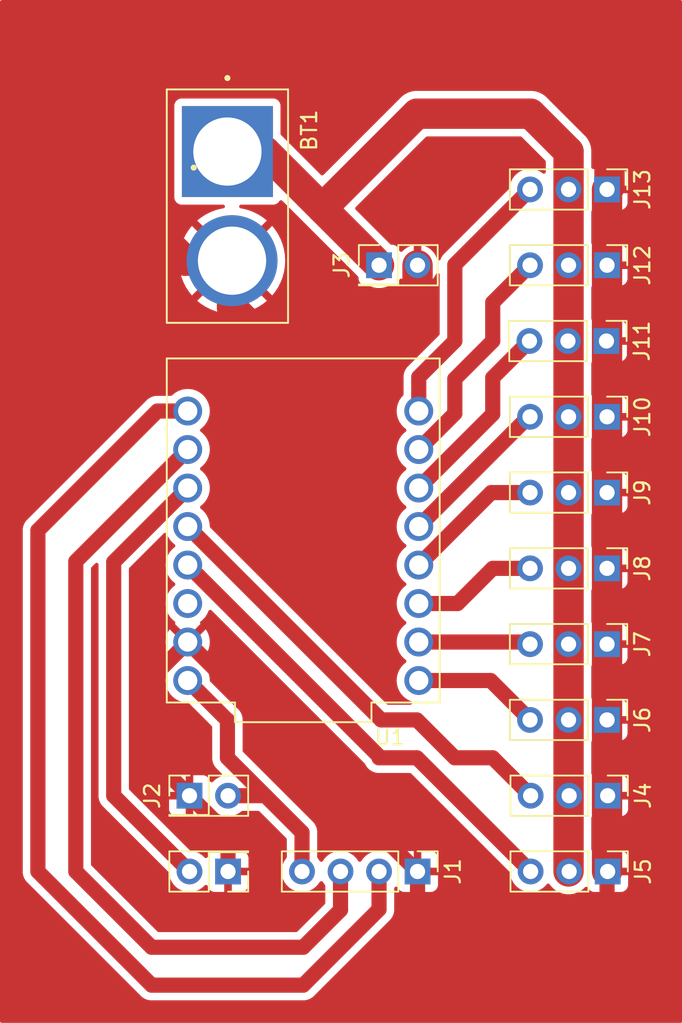
<source format=kicad_pcb>
(kicad_pcb (version 20240108) (generator "pcbnew") (generator_version "8.0")
  (layers (0 "F.Cu" signal) (31 "B.Cu" signal) (34 "B.Paste" user) (35 "F.Paste" user) (36 "B.SilkS" user "B.Silkscreen") (37 "F.SilkS" user "F.Silkscreen") (38 "B.Mask" user) (39 "F.Mask" user) (44 "Edge.Cuts" user))
  (net 0 "")
  (net 1 "GND")
  (net 2 "+BATT")
  (net 3 "Net-(D5-A)")
  (net 4 "Net-(J1-Pin_2)")
  (net 5 "Net-(J1-Pin_3)")
  (net 6 "+5V")
  (net 7 "Net-(J4-Pin_3)")
  (net 9 "Net-(J5-Pin_3)")
  (net 10 "Net-(J6-Pin_3)")
  (net 11 "Net-(J7-Pin_3)")
  (net 12 "Net-(J8-Pin_3)")
  (net 13 "Net-(J9-Pin_3)")
  (net 14 "Net-(J10-Pin_3)")
  (net 15 "Net-(J11-Pin_3)")
  (net 16 "Net-(J12-Pin_3)")
  (net 17 "Net-(J13-Pin_3)")
  (footprint "Connector_PinHeader_2.54mm:PinHeader_1x03_P2.54mm_Vertical" (layer "F.Cu") (at 152.58 95 -90)
    (property "Reference" "J4" (at 0 -2.33 90) (layer "F.SilkS"))
    (property "Value" "Motor")
    (fp_line (start -1.33 6.41) (end 1.33 6.41) (stroke (width 0.12)) (layer "F.SilkS"))
    (fp_line (start -1.33 1.27) (end -1.33 6.41) (stroke (width 0.12)) (layer "F.SilkS"))
    (fp_line (start -1.33 1.27) (end 1.33 1.27) (stroke (width 0.12)) (layer "F.SilkS"))
    (fp_line (start 1.33 1.27) (end 1.33 6.41) (stroke (width 0.12)) (layer "F.SilkS"))
    (fp_line (start -1.33 0) (end -1.33 -1.33) (stroke (width 0.12)) (layer "F.SilkS"))
    (fp_line (start -1.33 -1.33) (end 0 -1.33) (stroke (width 0.12)) (layer "F.SilkS"))
    (pad "1" thru_hole rect (at 0 0 270) (size 1.7 1.7) (drill 1) (layers "*.Cu" "*.Mask") (net 1 "GND"))
    (pad "2" thru_hole oval (at 0 2.54 270) (size 1.7 1.7) (drill 1) (layers "*.Cu" "*.Mask") (net 2 "+BATT"))
    (pad "3" thru_hole oval (at 0 5.08 270) (size 1.7 1.7) (drill 1) (layers "*.Cu" "*.Mask") (net 7 "Net-(J4-Pin_3)"))
  )
  (footprint "Connector_PinHeader_2.54mm:PinHeader_2x01_P2.54mm_Vertical" (layer "F.Cu") (at 137.5 60)
    (property "Reference" "J3" (at -2.46 0 90) (layer "F.SilkS"))
    (property "Value" "5V Reg VCC")
    (fp_line (start -1.33 -1.33) (end 0 -1.33) (stroke (width 0.12)) (layer "F.SilkS"))
    (fp_line (start -1.33 0) (end -1.33 -1.33) (stroke (width 0.12)) (layer "F.SilkS"))
    (fp_line (start -1.33 1.27) (end -1.33 1.33) (stroke (width 0.12)) (layer "F.SilkS"))
    (fp_line (start -1.33 1.27) (end 1.27 1.27) (stroke (width 0.12)) (layer "F.SilkS"))
    (fp_line (start -1.33 1.33) (end 3.87 1.33) (stroke (width 0.12)) (layer "F.SilkS"))
    (fp_line (start 1.27 -1.33) (end 3.87 -1.33) (stroke (width 0.12)) (layer "F.SilkS"))
    (fp_line (start 1.27 1.27) (end 1.27 -1.33) (stroke (width 0.12)) (layer "F.SilkS"))
    (fp_line (start 3.87 -1.33) (end 3.87 1.33) (stroke (width 0.12)) (layer "F.SilkS"))
    (pad "1" thru_hole rect (at 0 0) (size 1.7 1.7) (drill 1) (layers "*.Cu" "*.Mask") (net 2 "+BATT"))
    (pad "2" thru_hole oval (at 2.54 0) (size 1.7 1.7) (drill 1) (layers "*.Cu" "*.Mask") (net 1 "GND"))
  )
  (footprint "Connector_PinHeader_2.54mm:PinHeader_1x03_P2.54mm_Vertical" (layer "F.Cu") (at 152.58 100 -90)
    (property "Reference" "J5" (at 0 -2.33 90) (layer "F.SilkS"))
    (property "Value" "Steering")
    (fp_line (start -1.33 6.41) (end 1.33 6.41) (stroke (width 0.12)) (layer "F.SilkS"))
    (fp_line (start -1.33 1.27) (end -1.33 6.41) (stroke (width 0.12)) (layer "F.SilkS"))
    (fp_line (start -1.33 1.27) (end 1.33 1.27) (stroke (width 0.12)) (layer "F.SilkS"))
    (fp_line (start 1.33 1.27) (end 1.33 6.41) (stroke (width 0.12)) (layer "F.SilkS"))
    (fp_line (start -1.33 0) (end -1.33 -1.33) (stroke (width 0.12)) (layer "F.SilkS"))
    (fp_line (start -1.33 -1.33) (end 0 -1.33) (stroke (width 0.12)) (layer "F.SilkS"))
    (pad "1" thru_hole rect (at 0 0 270) (size 1.7 1.7) (drill 1) (layers "*.Cu" "*.Mask") (net 1 "GND"))
    (pad "2" thru_hole oval (at 0 2.54 270) (size 1.7 1.7) (drill 1) (layers "*.Cu" "*.Mask") (net 2 "+BATT"))
    (pad "3" thru_hole oval (at 0 5.08 270) (size 1.7 1.7) (drill 1) (layers "*.Cu" "*.Mask") (net 9 "Net-(J5-Pin_3)"))
  )
  (footprint "Connector_PinHeader_2.54mm:PinHeader_1x03_P2.54mm_Vertical" (layer "F.Cu") (at 152.5 65 -90)
    (property "Reference" "J11" (at 0 -2.33 90) (layer "F.SilkS"))
    (property "Value" "AUX6")
    (fp_line (start -1.33 6.41) (end 1.33 6.41) (stroke (width 0.12)) (layer "F.SilkS"))
    (fp_line (start -1.33 1.27) (end -1.33 6.41) (stroke (width 0.12)) (layer "F.SilkS"))
    (fp_line (start -1.33 1.27) (end 1.33 1.27) (stroke (width 0.12)) (layer "F.SilkS"))
    (fp_line (start 1.33 1.27) (end 1.33 6.41) (stroke (width 0.12)) (layer "F.SilkS"))
    (fp_line (start -1.33 0) (end -1.33 -1.33) (stroke (width 0.12)) (layer "F.SilkS"))
    (fp_line (start -1.33 -1.33) (end 0 -1.33) (stroke (width 0.12)) (layer "F.SilkS"))
    (pad "1" thru_hole rect (at 0 0 270) (size 1.7 1.7) (drill 1) (layers "*.Cu" "*.Mask") (net 1 "GND"))
    (pad "2" thru_hole oval (at 0 2.54 270) (size 1.7 1.7) (drill 1) (layers "*.Cu" "*.Mask") (net 2 "+BATT"))
    (pad "3" thru_hole oval (at 0 5.08 270) (size 1.7 1.7) (drill 1) (layers "*.Cu" "*.Mask") (net 15 "Net-(J11-Pin_3)"))
  )
  (footprint "Connector_PinHeader_2.54mm:PinHeader_1x03_P2.54mm_Vertical" (layer "F.Cu") (at 152.54 55 -90)
    (property "Reference" "J13" (at 0 -2.33 90) (layer "F.SilkS"))
    (property "Value" "AUX8")
    (fp_line (start -1.33 6.41) (end 1.33 6.41) (stroke (width 0.12)) (layer "F.SilkS"))
    (fp_line (start -1.33 1.27) (end -1.33 6.41) (stroke (width 0.12)) (layer "F.SilkS"))
    (fp_line (start -1.33 1.27) (end 1.33 1.27) (stroke (width 0.12)) (layer "F.SilkS"))
    (fp_line (start 1.33 1.27) (end 1.33 6.41) (stroke (width 0.12)) (layer "F.SilkS"))
    (fp_line (start -1.33 0) (end -1.33 -1.33) (stroke (width 0.12)) (layer "F.SilkS"))
    (fp_line (start -1.33 -1.33) (end 0 -1.33) (stroke (width 0.12)) (layer "F.SilkS"))
    (pad "1" thru_hole rect (at 0 0 270) (size 1.7 1.7) (drill 1) (layers "*.Cu" "*.Mask") (net 1 "GND"))
    (pad "2" thru_hole oval (at 0 2.54 270) (size 1.7 1.7) (drill 1) (layers "*.Cu" "*.Mask") (net 2 "+BATT"))
    (pad "3" thru_hole oval (at 0 5.08 270) (size 1.7 1.7) (drill 1) (layers "*.Cu" "*.Mask") (net 17 "Net-(J13-Pin_3)"))
  )
  (footprint "Connector_PinHeader_2.54mm:PinHeader_1x03_P2.54mm_Vertical" (layer "F.Cu") (at 152.54 60 -90)
    (property "Reference" "J12" (at 0 -2.33 90) (layer "F.SilkS"))
    (property "Value" "AUX7")
    (fp_line (start -1.33 6.41) (end 1.33 6.41) (stroke (width 0.12)) (layer "F.SilkS"))
    (fp_line (start -1.33 1.27) (end -1.33 6.41) (stroke (width 0.12)) (layer "F.SilkS"))
    (fp_line (start -1.33 1.27) (end 1.33 1.27) (stroke (width 0.12)) (layer "F.SilkS"))
    (fp_line (start 1.33 1.27) (end 1.33 6.41) (stroke (width 0.12)) (layer "F.SilkS"))
    (fp_line (start -1.33 0) (end -1.33 -1.33) (stroke (width 0.12)) (layer "F.SilkS"))
    (fp_line (start -1.33 -1.33) (end 0 -1.33) (stroke (width 0.12)) (layer "F.SilkS"))
    (pad "1" thru_hole rect (at 0 0 270) (size 1.7 1.7) (drill 1) (layers "*.Cu" "*.Mask") (net 1 "GND"))
    (pad "2" thru_hole oval (at 0 2.54 270) (size 1.7 1.7) (drill 1) (layers "*.Cu" "*.Mask") (net 2 "+BATT"))
    (pad "3" thru_hole oval (at 0 5.08 270) (size 1.7 1.7) (drill 1) (layers "*.Cu" "*.Mask") (net 16 "Net-(J12-Pin_3)"))
  )
  (footprint "Connector_PinHeader_2.54mm:PinHeader_1x03_P2.54mm_Vertical" (layer "F.Cu") (at 152.54 75 -90)
    (property "Reference" "J9" (at 0 -2.33 90) (layer "F.SilkS"))
    (property "Value" "AUX4")
    (fp_line (start -1.33 6.41) (end 1.33 6.41) (stroke (width 0.12)) (layer "F.SilkS"))
    (fp_line (start -1.33 1.27) (end -1.33 6.41) (stroke (width 0.12)) (layer "F.SilkS"))
    (fp_line (start -1.33 1.27) (end 1.33 1.27) (stroke (width 0.12)) (layer "F.SilkS"))
    (fp_line (start 1.33 1.27) (end 1.33 6.41) (stroke (width 0.12)) (layer "F.SilkS"))
    (fp_line (start -1.33 0) (end -1.33 -1.33) (stroke (width 0.12)) (layer "F.SilkS"))
    (fp_line (start -1.33 -1.33) (end 0 -1.33) (stroke (width 0.12)) (layer "F.SilkS"))
    (pad "1" thru_hole rect (at 0 0 270) (size 1.7 1.7) (drill 1) (layers "*.Cu" "*.Mask") (net 1 "GND"))
    (pad "2" thru_hole oval (at 0 2.54 270) (size 1.7 1.7) (drill 1) (layers "*.Cu" "*.Mask") (net 2 "+BATT"))
    (pad "3" thru_hole oval (at 0 5.08 270) (size 1.7 1.7) (drill 1) (layers "*.Cu" "*.Mask") (net 13 "Net-(J9-Pin_3)"))
  )
  (footprint "Library:AMASS_XT60PB-M" (layer "F.Cu") (at 127.5 56.1 -90)
    (property "Reference" "BT1" (at -5 -5.3975 90) (layer "F.SilkS"))
    (property "Value" "2S Battery")
    (fp_line (start -7.7 4) (end -7.7 -4) (stroke (width 0.127)) (layer "F.SilkS"))
    (fp_line (start 7.7 4) (end -7.7 4) (stroke (width 0.127)) (layer "F.SilkS"))
    (fp_line (start -7.7 -4) (end 7.7 -4) (stroke (width 0.127)) (layer "F.SilkS"))
    (fp_line (start 7.7 -4) (end 7.7 4) (stroke (width 0.127)) (layer "F.SilkS"))
    (fp_circle (center -2.54 2.2225) (end -2.44 2.2225) (stroke (width 0.2)) (fill none) (layer "F.SilkS"))
    (fp_circle (center -8.45 0) (end -8.35 0) (stroke (width 0.2)) (fill none) (layer "F.SilkS"))
    (pad "1" thru_hole rect (at -3.6 0 270) (size 6 6) (drill 4.5) (layers "*.Cu" "*.Mask") (net 2 "+BATT"))
    (pad "2" thru_hole circle (at 3.6 -0.305 270) (size 6 6) (drill 4.5) (layers "*.Cu" "*.Mask") (net 1 "GND"))
  )
  (footprint "Connector_PinHeader_2.54mm:PinHeader_2x01_P2.54mm_Vertical" (layer "F.Cu") (at 127.54 100 180)
    (property "Reference" "D5" (hide yes))
    (property "Value" "Status LED")
    (fp_line (start 3.87 -1.33) (end 3.87 1.33) (stroke (width 0.12)) (layer "F.SilkS"))
    (fp_line (start 1.27 1.27) (end 1.27 -1.33) (stroke (width 0.12)) (layer "F.SilkS"))
    (fp_line (start 1.27 -1.33) (end 3.87 -1.33) (stroke (width 0.12)) (layer "F.SilkS"))
    (fp_line (start -1.33 1.33) (end 3.87 1.33) (stroke (width 0.12)) (layer "F.SilkS"))
    (fp_line (start -1.33 1.27) (end 1.27 1.27) (stroke (width 0.12)) (layer "F.SilkS"))
    (fp_line (start -1.33 1.27) (end -1.33 1.33) (stroke (width 0.12)) (layer "F.SilkS"))
    (fp_line (start -1.33 0) (end -1.33 -1.33) (stroke (width 0.12)) (layer "F.SilkS"))
    (fp_line (start -1.33 -1.33) (end 0 -1.33) (stroke (width 0.12)) (layer "F.SilkS"))
    (pad "1" thru_hole rect (at 0 0 180) (size 1.7 1.7) (drill 1) (layers "*.Cu" "*.Mask") (net 1 "GND"))
    (pad "2" thru_hole oval (at 2.54 0 180) (size 1.7 1.7) (drill 1) (layers "*.Cu" "*.Mask") (net 3 "Net-(D5-A)"))
  )
  (footprint "Connector_PinHeader_2.54mm:PinHeader_1x03_P2.54mm_Vertical" (layer "F.Cu") (at 152.54 70 -90)
    (property "Reference" "J10" (at 0 -2.33 90) (layer "F.SilkS"))
    (property "Value" "AUX5")
    (fp_line (start -1.33 6.41) (end 1.33 6.41) (stroke (width 0.12)) (layer "F.SilkS"))
    (fp_line (start -1.33 1.27) (end -1.33 6.41) (stroke (width 0.12)) (layer "F.SilkS"))
    (fp_line (start -1.33 1.27) (end 1.33 1.27) (stroke (width 0.12)) (layer "F.SilkS"))
    (fp_line (start 1.33 1.27) (end 1.33 6.41) (stroke (width 0.12)) (layer "F.SilkS"))
    (fp_line (start -1.33 0) (end -1.33 -1.33) (stroke (width 0.12)) (layer "F.SilkS"))
    (fp_line (start -1.33 -1.33) (end 0 -1.33) (stroke (width 0.12)) (layer "F.SilkS"))
    (pad "1" thru_hole rect (at 0 0 270) (size 1.7 1.7) (drill 1) (layers "*.Cu" "*.Mask") (net 1 "GND"))
    (pad "2" thru_hole oval (at 0 2.54 270) (size 1.7 1.7) (drill 1) (layers "*.Cu" "*.Mask") (net 2 "+BATT"))
    (pad "3" thru_hole oval (at 0 5.08 270) (size 1.7 1.7) (drill 1) (layers "*.Cu" "*.Mask") (net 14 "Net-(J10-Pin_3)"))
  )
  (footprint "Connector_PinHeader_2.54mm:PinHeader_1x03_P2.54mm_Vertical" (layer "F.Cu") (at 152.54 90 -90)
    (property "Reference" "J6" (at 0 -2.33 90) (layer "F.SilkS"))
    (property "Value" "AUX1")
    (fp_line (start -1.33 6.41) (end 1.33 6.41) (stroke (width 0.12)) (layer "F.SilkS"))
    (fp_line (start -1.33 1.27) (end -1.33 6.41) (stroke (width 0.12)) (layer "F.SilkS"))
    (fp_line (start -1.33 1.27) (end 1.33 1.27) (stroke (width 0.12)) (layer "F.SilkS"))
    (fp_line (start 1.33 1.27) (end 1.33 6.41) (stroke (width 0.12)) (layer "F.SilkS"))
    (fp_line (start -1.33 0) (end -1.33 -1.33) (stroke (width 0.12)) (layer "F.SilkS"))
    (fp_line (start -1.33 -1.33) (end 0 -1.33) (stroke (width 0.12)) (layer "F.SilkS"))
    (pad "1" thru_hole rect (at 0 0 270) (size 1.7 1.7) (drill 1) (layers "*.Cu" "*.Mask") (net 1 "GND"))
    (pad "2" thru_hole oval (at 0 2.54 270) (size 1.7 1.7) (drill 1) (layers "*.Cu" "*.Mask") (net 2 "+BATT"))
    (pad "3" thru_hole oval (at 0 5.08 270) (size 1.7 1.7) (drill 1) (layers "*.Cu" "*.Mask") (net 10 "Net-(J6-Pin_3)"))
  )
  (footprint "Connector_PinHeader_2.54mm:PinHeader_1x04_P2.54mm_Vertical" (layer "F.Cu") (at 140.04 100 -90)
    (property "Reference" "J1" (at 0 -2.33 90) (layer "F.SilkS"))
    (property "Value" "Receiver")
    (fp_line (start -1.33 8.95) (end 1.33 8.95) (stroke (width 0.12)) (layer "F.SilkS"))
    (fp_line (start -1.33 1.27) (end -1.33 8.95) (stroke (width 0.12)) (layer "F.SilkS"))
    (fp_line (start -1.33 1.27) (end 1.33 1.27) (stroke (width 0.12)) (layer "F.SilkS"))
    (fp_line (start 1.33 1.27) (end 1.33 8.95) (stroke (width 0.12)) (layer "F.SilkS"))
    (fp_line (start -1.33 0) (end -1.33 -1.33) (stroke (width 0.12)) (layer "F.SilkS"))
    (fp_line (start -1.33 -1.33) (end 0 -1.33) (stroke (width 0.12)) (layer "F.SilkS"))
    (pad "1" thru_hole rect (at 0 0 270) (size 1.7 1.7) (drill 1) (layers "*.Cu" "*.Mask") (net 1 "GND"))
    (pad "2" thru_hole oval (at 0 2.54 270) (size 1.7 1.7) (drill 1) (layers "*.Cu" "*.Mask") (net 4 "Net-(J1-Pin_2)"))
    (pad "3" thru_hole oval (at 0 5.08 270) (size 1.7 1.7) (drill 1) (layers "*.Cu" "*.Mask") (net 5 "Net-(J1-Pin_3)"))
    (pad "4" thru_hole oval (at 0 7.62 270) (size 1.7 1.7) (drill 1) (layers "*.Cu" "*.Mask") (net 6 "+5V"))
  )
  (footprint "Library:MODULE_ESP32-C3_SUPERMINI" (layer "F.Cu") (at 132.5 77.5 180)
    (property "Reference" "U1" (at -5.715 -13.6525 0) (layer "F.SilkS"))
    (property "Value" "ESP32 C3 SUPERMINI")
    (fp_line (start 9 11.35) (end 9 -11.35) (stroke (width 0.127)) (layer "F.SilkS"))
    (fp_line (start 9 11.35) (end -9 11.35) (stroke (width 0.127)) (layer "F.SilkS"))
    (fp_line (start 9 -11.35) (end 4.5 -11.35) (stroke (width 0.127)) (layer "F.SilkS"))
    (fp_line (start 4.5 -12.65) (end 4.5 -11.35) (stroke (width 0.127)) (layer "F.SilkS"))
    (fp_line (start 4.5 -12.65) (end -4.5 -12.65) (stroke (width 0.127)) (layer "F.SilkS"))
    (fp_line (start -4.5 -11.35) (end -9 -11.35) (stroke (width 0.127)) (layer "F.SilkS"))
    (fp_line (start -4.5 -12.65) (end -4.5 -11.35) (stroke (width 0.127)) (layer "F.SilkS"))
    (fp_line (start -9 11.35) (end -9 -11.35) (stroke (width 0.127)) (layer "F.SilkS"))
    (pad "0" thru_hole circle (at 7.62 7.88 180) (size 1.905 1.905) (drill 1.27) (layers "*.Cu" "*.Mask") (net 4 "Net-(J1-Pin_2)"))
    (pad "1" thru_hole circle (at 7.62 5.34 180) (size 1.905 1.905) (drill 1.27) (layers "*.Cu" "*.Mask") (net 5 "Net-(J1-Pin_3)"))
    (pad "2" thru_hole circle (at 7.62 2.8 180) (size 1.905 1.905) (drill 1.27) (layers "*.Cu" "*.Mask") (net 3 "Net-(D5-A)"))
    (pad "3" thru_hole circle (at 7.62 0.26 180) (size 1.905 1.905) (drill 1.27) (layers "*.Cu" "*.Mask") (net 7 "Net-(J4-Pin_3)"))
    (pad "3.3" thru_hole circle (at 7.62 -4.82 180) (size 1.905 1.905) (drill 1.27) (layers "*.Cu" "*.Mask"))
    (pad "4" thru_hole circle (at 7.62 -2.28 180) (size 1.905 1.905) (drill 1.27) (layers "*.Cu" "*.Mask") (net 9 "Net-(J5-Pin_3)"))
    (pad "5" thru_hole circle (at -7.62 -9.9 180) (size 1.905 1.905) (drill 1.27) (layers "*.Cu" "*.Mask") (net 10 "Net-(J6-Pin_3)"))
    (pad "5V" thru_hole circle (at 7.62 -9.9 180) (size 1.905 1.905) (drill 1.27) (layers "*.Cu" "*.Mask") (net 6 "+5V"))
    (pad "6" thru_hole circle (at -7.62 -7.36 180) (size 1.905 1.905) (drill 1.27) (layers "*.Cu" "*.Mask") (net 11 "Net-(J7-Pin_3)"))
    (pad "7" thru_hole circle (at -7.62 -4.82 180) (size 1.905 1.905) (drill 1.27) (layers "*.Cu" "*.Mask") (net 12 "Net-(J8-Pin_3)"))
    (pad "8" thru_hole circle (at -7.62 -2.28 180) (size 1.905 1.905) (drill 1.27) (layers "*.Cu" "*.Mask") (net 13 "Net-(J9-Pin_3)"))
    (pad "9" thru_hole circle (at -7.62 0.26 180) (size 1.905 1.905) (drill 1.27) (layers "*.Cu" "*.Mask") (net 14 "Net-(J10-Pin_3)"))
    (pad "10" thru_hole circle (at -7.62 2.8 180) (size 1.905 1.905) (drill 1.27) (layers "*.Cu" "*.Mask") (net 15 "Net-(J11-Pin_3)"))
    (pad "20" thru_hole circle (at -7.62 5.34 180) (size 1.905 1.905) (drill 1.27) (layers "*.Cu" "*.Mask") (net 16 "Net-(J12-Pin_3)"))
    (pad "21" thru_hole circle (at -7.62 7.88 180) (size 1.905 1.905) (drill 1.27) (layers "*.Cu" "*.Mask") (net 17 "Net-(J13-Pin_3)"))
    (pad "G" thru_hole circle (at 7.62 -7.36 180) (size 1.905 1.905) (drill 1.27) (layers "*.Cu" "*.Mask") (net 1 "GND"))
  )
  (footprint "Connector_PinHeader_2.54mm:PinHeader_2x01_P2.54mm_Vertical" (layer "F.Cu") (at 125 95)
    (property "Reference" "J2" (at -2.46 0 90) (layer "F.SilkS"))
    (property "Value" "5V Input")
    (fp_line (start -1.33 -1.33) (end 0 -1.33) (stroke (width 0.12)) (layer "F.SilkS"))
    (fp_line (start -1.33 0) (end -1.33 -1.33) (stroke (width 0.12)) (layer "F.SilkS"))
    (fp_line (start -1.33 1.27) (end -1.33 1.33) (stroke (width 0.12)) (layer "F.SilkS"))
    (fp_line (start -1.33 1.27) (end 1.27 1.27) (stroke (width 0.12)) (layer "F.SilkS"))
    (fp_line (start -1.33 1.33) (end 3.87 1.33) (stroke (width 0.12)) (layer "F.SilkS"))
    (fp_line (start 1.27 -1.33) (end 3.87 -1.33) (stroke (width 0.12)) (layer "F.SilkS"))
    (fp_line (start 1.27 1.27) (end 1.27 -1.33) (stroke (width 0.12)) (layer "F.SilkS"))
    (fp_line (start 3.87 -1.33) (end 3.87 1.33) (stroke (width 0.12)) (layer "F.SilkS"))
    (pad "1" thru_hole rect (at 0 0) (size 1.7 1.7) (drill 1) (layers "*.Cu" "*.Mask") (net 1 "GND"))
    (pad "2" thru_hole oval (at 2.54 0) (size 1.7 1.7) (drill 1) (layers "*.Cu" "*.Mask") (net 6 "+5V"))
  )
  (footprint "Connector_PinHeader_2.54mm:PinHeader_1x03_P2.54mm_Vertical" (layer "F.Cu") (at 152.54 80 -90)
    (property "Reference" "J8" (at 0 -2.33 90) (layer "F.SilkS"))
    (property "Value" "AUX3")
    (fp_line (start -1.33 6.41) (end 1.33 6.41) (stroke (width 0.12)) (layer "F.SilkS"))
    (fp_line (start -1.33 1.27) (end -1.33 6.41) (stroke (width 0.12)) (layer "F.SilkS"))
    (fp_line (start -1.33 1.27) (end 1.33 1.27) (stroke (width 0.12)) (layer "F.SilkS"))
    (fp_line (start 1.33 1.27) (end 1.33 6.41) (stroke (width 0.12)) (layer "F.SilkS"))
    (fp_line (start -1.33 0) (end -1.33 -1.33) (stroke (width 0.12)) (layer "F.SilkS"))
    (fp_line (start -1.33 -1.33) (end 0 -1.33) (stroke (width 0.12)) (layer "F.SilkS"))
    (pad "1" thru_hole rect (at 0 0 270) (size 1.7 1.7) (drill 1) (layers "*.Cu" "*.Mask") (net 1 "GND"))
    (pad "2" thru_hole oval (at 0 2.54 270) (size 1.7 1.7) (drill 1) (layers "*.Cu" "*.Mask") (net 2 "+BATT"))
    (pad "3" thru_hole oval (at 0 5.08 270) (size 1.7 1.7) (drill 1) (layers "*.Cu" "*.Mask") (net 12 "Net-(J8-Pin_3)"))
  )
  (footprint "Connector_PinHeader_2.54mm:PinHeader_1x03_P2.54mm_Vertical" (layer "F.Cu") (at 152.54 85 -90)
    (property "Reference" "J7" (at 0 -2.33 90) (layer "F.SilkS"))
    (property "Value" "AUX2")
    (fp_line (start -1.33 6.41) (end 1.33 6.41) (stroke (width 0.12)) (layer "F.SilkS"))
    (fp_line (start -1.33 1.27) (end -1.33 6.41) (stroke (width 0.12)) (layer "F.SilkS"))
    (fp_line (start -1.33 1.27) (end 1.33 1.27) (stroke (width 0.12)) (layer "F.SilkS"))
    (fp_line (start 1.33 1.27) (end 1.33 6.41) (stroke (width 0.12)) (layer "F.SilkS"))
    (fp_line (start -1.33 0) (end -1.33 -1.33) (stroke (width 0.12)) (layer "F.SilkS"))
    (fp_line (start -1.33 -1.33) (end 0 -1.33) (stroke (width 0.12)) (layer "F.SilkS"))
    (pad "1" thru_hole rect (at 0 0 270) (size 1.7 1.7) (drill 1) (layers "*.Cu" "*.Mask") (net 1 "GND"))
    (pad "2" thru_hole oval (at 0 2.54 270) (size 1.7 1.7) (drill 1) (layers "*.Cu" "*.Mask") (net 2 "+BATT"))
    (pad "3" thru_hole oval (at 0 5.08 270) (size 1.7 1.7) (drill 1) (layers "*.Cu" "*.Mask") (net 11 "Net-(J7-Pin_3)"))
  )
  (segment (start 130 65) (end 127.805 62.805) (width 2) (layer "F.Cu") (net 1))
  (segment (start 122.5 87.24) (end 124.88 84.86) (width 1) (layer "F.Cu") (net 1))
  (segment (start 122.5 47.5) (end 122.5 57.5) (width 2) (layer "F.Cu") (net 1))
  (segment (start 125 95) (end 122.5 92.5) (width 1) (layer "F.Cu") (net 1))
  (segment (start 124.7 59.7) (end 127.805 59.7) (width 2) (layer "F.Cu") (net 1))
  (segment (start 142.5 105) (end 150 105) (width 1) (layer "F.Cu") (net 1))
  (segment (start 152.7 54.84) (end 152.7 50.2) (width 2) (layer "F.Cu") (net 1))
  (segment (start 152.54 55) (end 152.54 100) (width 2) (layer "F.Cu") (net 1))
  (segment (start 125 45) (end 122.5 47.5) (width 2) (layer "F.Cu") (net 1))
  (segment (start 127.805 62.805) (end 127.805 59.7) (width 2) (layer "F.Cu") (net 1))
  (segment (start 122.5 92.5) (end 122.5 87.24) (width 1) (layer "F.Cu") (net 1))
  (segment (start 127.54 100) (end 127.54 97.54) (width 1) (layer "F.Cu") (net 1))
  (segment (start 127.54 100) (end 127.5 100) (width 1) (layer "F.Cu") (net 1))
  (segment (start 147.5 45) (end 125 45) (width 2) (layer "F.Cu") (net 1))
  (segment (start 122.5 57.5) (end 124.7 59.7) (width 2) (layer "F.Cu") (net 1))
  (segment (start 152.7 50.2) (end 147.5 45) (width 2) (layer "F.Cu") (net 1))
  (segment (start 152.54 102.46) (end 152.54 100) (width 1) (layer "F.Cu") (net 1))
  (segment (start 140.04 102.54) (end 142.5 105) (width 1) (layer "F.Cu") (net 1))
  (segment (start 124.88 84.86) (end 140.02 100) (width 1) (layer "F.Cu") (net 1))
  (segment (start 140.04 62.46) (end 137.5 65) (width 2) (layer "F.Cu") (net 1))
  (segment (start 150 105) (end 152.54 102.46) (width 1) (layer "F.Cu") (net 1))
  (segment (start 152.54 55) (end 152.7 54.84) (width 2) (layer "F.Cu") (net 1))
  (segment (start 140.04 60) (end 140.04 62.46) (width 2) (layer "F.Cu") (net 1))
  (segment (start 140.04 100) (end 140.04 102.54) (width 1) (layer "F.Cu") (net 1))
  (segment (start 140.02 100) (end 140.04 100) (width 1) (layer "F.Cu") (net 1))
  (segment (start 137.5 65) (end 130 65) (width 2) (layer "F.Cu") (net 1))
  (segment (start 127.54 97.54) (end 125 95) (width 1) (layer "F.Cu") (net 1))
  (segment (start 150 60) (end 150 64.96) (width 1) (layer "F.Cu") (net 2))
  (segment (start 133.75 56.25) (end 140 50) (width 2) (layer "F.Cu") (net 2))
  (segment (start 150 90) (end 150 95) (width 1) (layer "F.Cu") (net 2))
  (segment (start 150 70) (end 150 75) (width 1) (layer "F.Cu") (net 2))
  (segment (start 140 50) (end 147.5 50) (width 2) (layer "F.Cu") (net 2))
  (segment (start 150 85) (end 150 90) (width 1) (layer "F.Cu") (net 2))
  (segment (start 150 64.96) (end 149.96 65) (width 1) (layer "F.Cu") (net 2))
  (segment (start 130 52.5) (end 133.75 56.25) (width 2) (layer "F.Cu") (net 2))
  (segment (start 127.5 52.5) (end 130 52.5) (width 2) (layer "F.Cu") (net 2))
  (segment (start 147.5 50) (end 150 52.5) (width 2) (layer "F.Cu") (net 2))
  (segment (start 133.75 56.25) (end 137.5 60) (width 2) (layer "F.Cu") (net 2))
  (segment (start 150 95) (end 150 100) (width 1) (layer "F.Cu") (net 2))
  (segment (start 149.96 69.96) (end 150 70) (width 1) (layer "F.Cu") (net 2))
  (segment (start 150 52.5) (end 150 100) (width 2) (layer "F.Cu") (net 2))
  (segment (start 149.96 65) (end 149.96 69.96) (width 1) (layer "F.Cu") (net 2))
  (segment (start 150 55) (end 150 60) (width 1) (layer "F.Cu") (net 2))
  (segment (start 150 80) (end 150 85) (width 1) (layer "F.Cu") (net 2))
  (segment (start 150 75) (end 150 80) (width 1) (layer "F.Cu") (net 2))
  (segment (start 150 55) (end 150 52.5) (width 1) (layer "F.Cu") (net 2))
  (segment (start 120 79.58) (end 124.88 74.7) (width 1) (layer "F.Cu") (net 3))
  (segment (start 125 100) (end 120 95) (width 1) (layer "F.Cu") (net 3))
  (segment (start 120 95) (end 120 79.58) (width 1) (layer "F.Cu") (net 3))
  (segment (start 137.5 102.5) (end 132.5 107.5) (width 1) (layer "F.Cu") (net 4))
  (segment (start 115 100) (end 115 77.5) (width 1) (layer "F.Cu") (net 4))
  (segment (start 132.5 107.5) (end 122.5 107.5) (width 1) (layer "F.Cu") (net 4))
  (segment (start 122.88 69.62) (end 124.88 69.62) (width 1) (layer "F.Cu") (net 4))
  (segment (start 115 77.5) (end 122.88 69.62) (width 1) (layer "F.Cu") (net 4))
  (segment (start 137.5 100) (end 137.5 102.5) (width 1) (layer "F.Cu") (net 4))
  (segment (start 122.5 107.5) (end 115 100) (width 1) (layer "F.Cu") (net 4))
  (segment (start 134.96 100) (end 134.96 102.54) (width 1) (layer "F.Cu") (net 5))
  (segment (start 132.5 105) (end 122.5 105) (width 1) (layer "F.Cu") (net 5))
  (segment (start 117.5 79.54) (end 124.88 72.16) (width 1) (layer "F.Cu") (net 5))
  (segment (start 134.96 102.54) (end 132.5 105) (width 1) (layer "F.Cu") (net 5))
  (segment (start 117.5 100) (end 117.5 79.54) (width 1) (layer "F.Cu") (net 5))
  (segment (start 122.5 105) (end 117.5 100) (width 1) (layer "F.Cu") (net 5))
  (segment (start 130 95) (end 127.54 95) (width 1) (layer "F.Cu") (net 6))
  (segment (start 132.42 100) (end 132.42 97.42) (width 1) (layer "F.Cu") (net 6))
  (segment (start 124.88 87.4) (end 127.48 90) (width 1) (layer "F.Cu") (net 6))
  (segment (start 132.42 97.42) (end 130 95) (width 1) (layer "F.Cu") (net 6))
  (segment (start 127.5 92.5) (end 130 95) (width 1) (layer "F.Cu") (net 6))
  (segment (start 127.48 90) (end 127.5 90) (width 1) (layer "F.Cu") (net 6))
  (segment (start 127.5 90) (end 127.5 92.5) (width 1) (layer "F.Cu") (net 6))
  (segment (start 145 92.5) (end 142.5 92.5) (width 1) (layer "F.Cu") (net 7))
  (segment (start 142.5 92.5) (end 140 90) (width 1) (layer "F.Cu") (net 7))
  (segment (start 140 90) (end 137.64 90) (width 1) (layer "F.Cu") (net 7))
  (segment (start 147.5 95) (end 145 92.5) (width 1) (layer "F.Cu") (net 7))
  (segment (start 137.64 90) (end 124.88 77.24) (width 1) (layer "F.Cu") (net 7))
  (segment (start 140 92.5) (end 137.5 92.5) (width 1) (layer "F.Cu") (net 9))
  (segment (start 137.5 92.4) (end 124.88 79.78) (width 1) (layer "F.Cu") (net 9))
  (segment (start 137.5 92.5) (end 137.5 92.4) (width 1) (layer "F.Cu") (net 9))
  (segment (start 147.5 100) (end 140 92.5) (width 1) (layer "F.Cu") (net 9))
  (segment (start 144.86 87.4) (end 147.46 90) (width 1) (layer "F.Cu") (net 10))
  (segment (start 140.12 87.4) (end 144.86 87.4) (width 1) (layer "F.Cu") (net 10))
  (segment (start 147.32 84.86) (end 147.46 85) (width 1) (layer "F.Cu") (net 11))
  (segment (start 140.12 84.86) (end 147.32 84.86) (width 1) (layer "F.Cu") (net 11))
  (segment (start 145 80) (end 147.46 80) (width 1) (layer "F.Cu") (net 12))
  (segment (start 142.68 82.32) (end 145 80) (width 1) (layer "F.Cu") (net 12))
  (segment (start 140.12 82.32) (end 142.68 82.32) (width 1) (layer "F.Cu") (net 12))
  (segment (start 140.12 79.78) (end 144.9 75) (width 1) (layer "F.Cu") (net 13))
  (segment (start 144.9 75) (end 147.46 75) (width 1) (layer "F.Cu") (net 13))
  (segment (start 147.36 70) (end 147.46 70) (width 1) (layer "F.Cu") (net 14))
  (segment (start 140.12 77.24) (end 147.36 70) (width 1) (layer "F.Cu") (net 14))
  (segment (start 140.12 74.7) (end 145 69.82) (width 1) (layer "F.Cu") (net 15))
  (segment (start 145 67.42) (end 147.42 65) (width 1) (layer "F.Cu") (net 15))
  (segment (start 145 69.82) (end 145 67.42) (width 1) (layer "F.Cu") (net 15))
  (segment (start 145 65) (end 145 62.46) (width 1) (layer "F.Cu") (net 16))
  (segment (start 140.12 72.16) (end 142.5 69.78) (width 1) (layer "F.Cu") (net 16))
  (segment (start 142.5 67.5) (end 145 65) (width 1) (layer "F.Cu") (net 16))
  (segment (start 142.5 69.78) (end 142.5 67.5) (width 1) (layer "F.Cu") (net 16))
  (segment (start 145 62.46) (end 147.46 60) (width 1) (layer "F.Cu") (net 16))
  (segment (start 142.5 59.96) (end 147.46 55) (width 1) (layer "F.Cu") (net 17))
  (segment (start 140.12 69.62) (end 140.12 67.38) (width 1) (layer "F.Cu") (net 17))
  (segment (start 142.5 65) (end 142.5 59.96) (width 1) (layer "F.Cu") (net 17))
  (segment (start 140.12 67.38) (end 142.5 65) (width 1) (layer "F.Cu") (net 17))
  (zone (net 1) (net_name "GND") (layer "F.Cu") (connect_pads (clearance 0.5)) (min_thickness 0.25) (fill yes (thermal_gap 0.5) (thermal_bridge_width 0.5))
    (polygon (pts (xy 112.5 110) (xy 112.5 42.5) (xy 157.5 42.5) (xy 157.5 110)))
  )
)
</source>
